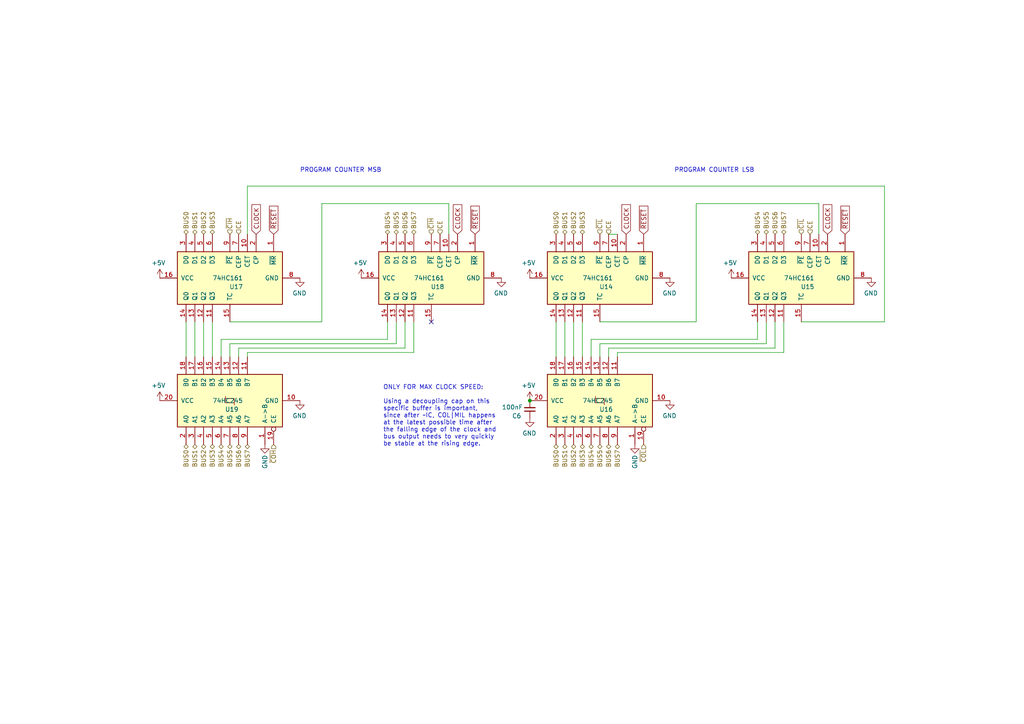
<source format=kicad_sch>
(kicad_sch (version 20211123) (generator eeschema)

  (uuid 531210ac-d133-4fad-8436-d617d548259f)

  (paper "A4")

  (title_block
    (title "Program Counter")
    (date "2022-07-09")
    (rev "1.6")
    (comment 2 "creativecommons.org/licenses/by-nc-sa/3.0/deed.en")
    (comment 3 "License: CC BY-NC-SA 3.0")
    (comment 4 "Author: Carsten Herting (slu4)")
  )

  (lib_symbols
    (symbol "74xx:74HC245" (pin_names (offset 1.016)) (in_bom yes) (on_board yes)
      (property "Reference" "U" (id 0) (at -7.62 16.51 0)
        (effects (font (size 1.27 1.27)))
      )
      (property "Value" "74HC245" (id 1) (at -7.62 -16.51 0)
        (effects (font (size 1.27 1.27)))
      )
      (property "Footprint" "" (id 2) (at 0 0 0)
        (effects (font (size 1.27 1.27)) hide)
      )
      (property "Datasheet" "http://www.ti.com/lit/gpn/sn74HC245" (id 3) (at 0 0 0)
        (effects (font (size 1.27 1.27)) hide)
      )
      (property "ki_locked" "" (id 4) (at 0 0 0)
        (effects (font (size 1.27 1.27)))
      )
      (property "ki_keywords" "HCMOS BUS 3State" (id 5) (at 0 0 0)
        (effects (font (size 1.27 1.27)) hide)
      )
      (property "ki_description" "Octal BUS Transceivers, 3-State outputs" (id 6) (at 0 0 0)
        (effects (font (size 1.27 1.27)) hide)
      )
      (property "ki_fp_filters" "DIP?20*" (id 7) (at 0 0 0)
        (effects (font (size 1.27 1.27)) hide)
      )
      (symbol "74HC245_1_0"
        (polyline
          (pts
            (xy -0.635 -1.27)
            (xy -0.635 1.27)
            (xy 0.635 1.27)
          )
          (stroke (width 0) (type default) (color 0 0 0 0))
          (fill (type none))
        )
        (polyline
          (pts
            (xy -1.27 -1.27)
            (xy 0.635 -1.27)
            (xy 0.635 1.27)
            (xy 1.27 1.27)
          )
          (stroke (width 0) (type default) (color 0 0 0 0))
          (fill (type none))
        )
        (pin input line (at -12.7 -10.16 0) (length 5.08)
          (name "A->B" (effects (font (size 1.27 1.27))))
          (number "1" (effects (font (size 1.27 1.27))))
        )
        (pin power_in line (at 0 -20.32 90) (length 5.08)
          (name "GND" (effects (font (size 1.27 1.27))))
          (number "10" (effects (font (size 1.27 1.27))))
        )
        (pin tri_state line (at 12.7 -5.08 180) (length 5.08)
          (name "B7" (effects (font (size 1.27 1.27))))
          (number "11" (effects (font (size 1.27 1.27))))
        )
        (pin tri_state line (at 12.7 -2.54 180) (length 5.08)
          (name "B6" (effects (font (size 1.27 1.27))))
          (number "12" (effects (font (size 1.27 1.27))))
        )
        (pin tri_state line (at 12.7 0 180) (length 5.08)
          (name "B5" (effects (font (size 1.27 1.27))))
          (number "13" (effects (font (size 1.27 1.27))))
        )
        (pin tri_state line (at 12.7 2.54 180) (length 5.08)
          (name "B4" (effects (font (size 1.27 1.27))))
          (number "14" (effects (font (size 1.27 1.27))))
        )
        (pin tri_state line (at 12.7 5.08 180) (length 5.08)
          (name "B3" (effects (font (size 1.27 1.27))))
          (number "15" (effects (font (size 1.27 1.27))))
        )
        (pin tri_state line (at 12.7 7.62 180) (length 5.08)
          (name "B2" (effects (font (size 1.27 1.27))))
          (number "16" (effects (font (size 1.27 1.27))))
        )
        (pin tri_state line (at 12.7 10.16 180) (length 5.08)
          (name "B1" (effects (font (size 1.27 1.27))))
          (number "17" (effects (font (size 1.27 1.27))))
        )
        (pin tri_state line (at 12.7 12.7 180) (length 5.08)
          (name "B0" (effects (font (size 1.27 1.27))))
          (number "18" (effects (font (size 1.27 1.27))))
        )
        (pin input inverted (at -12.7 -12.7 0) (length 5.08)
          (name "CE" (effects (font (size 1.27 1.27))))
          (number "19" (effects (font (size 1.27 1.27))))
        )
        (pin tri_state line (at -12.7 12.7 0) (length 5.08)
          (name "A0" (effects (font (size 1.27 1.27))))
          (number "2" (effects (font (size 1.27 1.27))))
        )
        (pin power_in line (at 0 20.32 270) (length 5.08)
          (name "VCC" (effects (font (size 1.27 1.27))))
          (number "20" (effects (font (size 1.27 1.27))))
        )
        (pin tri_state line (at -12.7 10.16 0) (length 5.08)
          (name "A1" (effects (font (size 1.27 1.27))))
          (number "3" (effects (font (size 1.27 1.27))))
        )
        (pin tri_state line (at -12.7 7.62 0) (length 5.08)
          (name "A2" (effects (font (size 1.27 1.27))))
          (number "4" (effects (font (size 1.27 1.27))))
        )
        (pin tri_state line (at -12.7 5.08 0) (length 5.08)
          (name "A3" (effects (font (size 1.27 1.27))))
          (number "5" (effects (font (size 1.27 1.27))))
        )
        (pin tri_state line (at -12.7 2.54 0) (length 5.08)
          (name "A4" (effects (font (size 1.27 1.27))))
          (number "6" (effects (font (size 1.27 1.27))))
        )
        (pin tri_state line (at -12.7 0 0) (length 5.08)
          (name "A5" (effects (font (size 1.27 1.27))))
          (number "7" (effects (font (size 1.27 1.27))))
        )
        (pin tri_state line (at -12.7 -2.54 0) (length 5.08)
          (name "A6" (effects (font (size 1.27 1.27))))
          (number "8" (effects (font (size 1.27 1.27))))
        )
        (pin tri_state line (at -12.7 -5.08 0) (length 5.08)
          (name "A7" (effects (font (size 1.27 1.27))))
          (number "9" (effects (font (size 1.27 1.27))))
        )
      )
      (symbol "74HC245_1_1"
        (rectangle (start -7.62 15.24) (end 7.62 -15.24)
          (stroke (width 0.254) (type default) (color 0 0 0 0))
          (fill (type background))
        )
      )
    )
    (symbol "8-Bit CPU 32k:74HC161" (pin_names (offset 1.016)) (in_bom yes) (on_board yes)
      (property "Reference" "U" (id 0) (at -7.62 16.51 0)
        (effects (font (size 1.27 1.27)))
      )
      (property "Value" "74HC161" (id 1) (at -7.62 -16.51 0)
        (effects (font (size 1.27 1.27)))
      )
      (property "Footprint" "" (id 2) (at 0 0 0)
        (effects (font (size 1.27 1.27)) hide)
      )
      (property "Datasheet" "http://www.ti.com/lit/gpn/sn74LS161" (id 3) (at 0 0 0)
        (effects (font (size 1.27 1.27)) hide)
      )
      (property "ki_locked" "" (id 4) (at 0 0 0)
        (effects (font (size 1.27 1.27)))
      )
      (property "ki_keywords" "TTL CNT CNT4" (id 5) (at 0 0 0)
        (effects (font (size 1.27 1.27)) hide)
      )
      (property "ki_description" "Synchronous 4-bit programmable binary Counter" (id 6) (at 0 0 0)
        (effects (font (size 1.27 1.27)) hide)
      )
      (property "ki_fp_filters" "DIP?16*" (id 7) (at 0 0 0)
        (effects (font (size 1.27 1.27)) hide)
      )
      (symbol "74HC161_1_0"
        (pin input line (at -12.7 -12.7 0) (length 5.08)
          (name "~{MR}" (effects (font (size 1.27 1.27))))
          (number "1" (effects (font (size 1.27 1.27))))
        )
        (pin input line (at -12.7 -5.08 0) (length 5.08)
          (name "CET" (effects (font (size 1.27 1.27))))
          (number "10" (effects (font (size 1.27 1.27))))
        )
        (pin output line (at 12.7 5.08 180) (length 5.08)
          (name "Q3" (effects (font (size 1.27 1.27))))
          (number "11" (effects (font (size 1.27 1.27))))
        )
        (pin output line (at 12.7 7.62 180) (length 5.08)
          (name "Q2" (effects (font (size 1.27 1.27))))
          (number "12" (effects (font (size 1.27 1.27))))
        )
        (pin output line (at 12.7 10.16 180) (length 5.08)
          (name "Q1" (effects (font (size 1.27 1.27))))
          (number "13" (effects (font (size 1.27 1.27))))
        )
        (pin output line (at 12.7 12.7 180) (length 5.08)
          (name "Q0" (effects (font (size 1.27 1.27))))
          (number "14" (effects (font (size 1.27 1.27))))
        )
        (pin output line (at 12.7 0 180) (length 5.08)
          (name "TC" (effects (font (size 1.27 1.27))))
          (number "15" (effects (font (size 1.27 1.27))))
        )
        (pin power_in line (at 0 20.32 270) (length 5.08)
          (name "VCC" (effects (font (size 1.27 1.27))))
          (number "16" (effects (font (size 1.27 1.27))))
        )
        (pin input line (at -12.7 -7.62 0) (length 5.08)
          (name "CP" (effects (font (size 1.27 1.27))))
          (number "2" (effects (font (size 1.27 1.27))))
        )
        (pin input line (at -12.7 12.7 0) (length 5.08)
          (name "D0" (effects (font (size 1.27 1.27))))
          (number "3" (effects (font (size 1.27 1.27))))
        )
        (pin input line (at -12.7 10.16 0) (length 5.08)
          (name "D1" (effects (font (size 1.27 1.27))))
          (number "4" (effects (font (size 1.27 1.27))))
        )
        (pin input line (at -12.7 7.62 0) (length 5.08)
          (name "D2" (effects (font (size 1.27 1.27))))
          (number "5" (effects (font (size 1.27 1.27))))
        )
        (pin input line (at -12.7 5.08 0) (length 5.08)
          (name "D3" (effects (font (size 1.27 1.27))))
          (number "6" (effects (font (size 1.27 1.27))))
        )
        (pin input line (at -12.7 -2.54 0) (length 5.08)
          (name "CEP" (effects (font (size 1.27 1.27))))
          (number "7" (effects (font (size 1.27 1.27))))
        )
        (pin power_in line (at 0 -20.32 90) (length 5.08)
          (name "GND" (effects (font (size 1.27 1.27))))
          (number "8" (effects (font (size 1.27 1.27))))
        )
        (pin input line (at -12.7 0 0) (length 5.08)
          (name "~{PE}" (effects (font (size 1.27 1.27))))
          (number "9" (effects (font (size 1.27 1.27))))
        )
      )
      (symbol "74HC161_1_1"
        (rectangle (start -7.62 15.24) (end 7.62 -15.24)
          (stroke (width 0.254) (type default) (color 0 0 0 0))
          (fill (type background))
        )
      )
    )
    (symbol "Device:C_Small" (pin_numbers hide) (pin_names (offset 0.254) hide) (in_bom yes) (on_board yes)
      (property "Reference" "C" (id 0) (at 0.254 1.778 0)
        (effects (font (size 1.27 1.27)) (justify left))
      )
      (property "Value" "C_Small" (id 1) (at 0.254 -2.032 0)
        (effects (font (size 1.27 1.27)) (justify left))
      )
      (property "Footprint" "" (id 2) (at 0 0 0)
        (effects (font (size 1.27 1.27)) hide)
      )
      (property "Datasheet" "~" (id 3) (at 0 0 0)
        (effects (font (size 1.27 1.27)) hide)
      )
      (property "ki_keywords" "capacitor cap" (id 4) (at 0 0 0)
        (effects (font (size 1.27 1.27)) hide)
      )
      (property "ki_description" "Unpolarized capacitor, small symbol" (id 5) (at 0 0 0)
        (effects (font (size 1.27 1.27)) hide)
      )
      (property "ki_fp_filters" "C_*" (id 6) (at 0 0 0)
        (effects (font (size 1.27 1.27)) hide)
      )
      (symbol "C_Small_0_1"
        (polyline
          (pts
            (xy -1.524 -0.508)
            (xy 1.524 -0.508)
          )
          (stroke (width 0.3302) (type default) (color 0 0 0 0))
          (fill (type none))
        )
        (polyline
          (pts
            (xy -1.524 0.508)
            (xy 1.524 0.508)
          )
          (stroke (width 0.3048) (type default) (color 0 0 0 0))
          (fill (type none))
        )
      )
      (symbol "C_Small_1_1"
        (pin passive line (at 0 2.54 270) (length 2.032)
          (name "~" (effects (font (size 1.27 1.27))))
          (number "1" (effects (font (size 1.27 1.27))))
        )
        (pin passive line (at 0 -2.54 90) (length 2.032)
          (name "~" (effects (font (size 1.27 1.27))))
          (number "2" (effects (font (size 1.27 1.27))))
        )
      )
    )
    (symbol "power:+5V" (power) (pin_names (offset 0)) (in_bom yes) (on_board yes)
      (property "Reference" "#PWR" (id 0) (at 0 -3.81 0)
        (effects (font (size 1.27 1.27)) hide)
      )
      (property "Value" "+5V" (id 1) (at 0 3.556 0)
        (effects (font (size 1.27 1.27)))
      )
      (property "Footprint" "" (id 2) (at 0 0 0)
        (effects (font (size 1.27 1.27)) hide)
      )
      (property "Datasheet" "" (id 3) (at 0 0 0)
        (effects (font (size 1.27 1.27)) hide)
      )
      (property "ki_keywords" "power-flag" (id 4) (at 0 0 0)
        (effects (font (size 1.27 1.27)) hide)
      )
      (property "ki_description" "Power symbol creates a global label with name \"+5V\"" (id 5) (at 0 0 0)
        (effects (font (size 1.27 1.27)) hide)
      )
      (symbol "+5V_0_1"
        (polyline
          (pts
            (xy -0.762 1.27)
            (xy 0 2.54)
          )
          (stroke (width 0) (type default) (color 0 0 0 0))
          (fill (type none))
        )
        (polyline
          (pts
            (xy 0 0)
            (xy 0 2.54)
          )
          (stroke (width 0) (type default) (color 0 0 0 0))
          (fill (type none))
        )
        (polyline
          (pts
            (xy 0 2.54)
            (xy 0.762 1.27)
          )
          (stroke (width 0) (type default) (color 0 0 0 0))
          (fill (type none))
        )
      )
      (symbol "+5V_1_1"
        (pin power_in line (at 0 0 90) (length 0) hide
          (name "+5V" (effects (font (size 1.27 1.27))))
          (number "1" (effects (font (size 1.27 1.27))))
        )
      )
    )
    (symbol "power:GND" (power) (pin_names (offset 0)) (in_bom yes) (on_board yes)
      (property "Reference" "#PWR" (id 0) (at 0 -6.35 0)
        (effects (font (size 1.27 1.27)) hide)
      )
      (property "Value" "GND" (id 1) (at 0 -3.81 0)
        (effects (font (size 1.27 1.27)))
      )
      (property "Footprint" "" (id 2) (at 0 0 0)
        (effects (font (size 1.27 1.27)) hide)
      )
      (property "Datasheet" "" (id 3) (at 0 0 0)
        (effects (font (size 1.27 1.27)) hide)
      )
      (property "ki_keywords" "power-flag" (id 4) (at 0 0 0)
        (effects (font (size 1.27 1.27)) hide)
      )
      (property "ki_description" "Power symbol creates a global label with name \"GND\" , ground" (id 5) (at 0 0 0)
        (effects (font (size 1.27 1.27)) hide)
      )
      (symbol "GND_0_1"
        (polyline
          (pts
            (xy 0 0)
            (xy 0 -1.27)
            (xy 1.27 -1.27)
            (xy 0 -2.54)
            (xy -1.27 -1.27)
            (xy 0 -1.27)
          )
          (stroke (width 0) (type default) (color 0 0 0 0))
          (fill (type none))
        )
      )
      (symbol "GND_1_1"
        (pin power_in line (at 0 0 270) (length 0) hide
          (name "GND" (effects (font (size 1.27 1.27))))
          (number "1" (effects (font (size 1.27 1.27))))
        )
      )
    )
  )

  (junction (at 153.67 116.205) (diameter 0) (color 0 0 0 0)
    (uuid 92abe408-00b5-4f3d-998c-ac0817a39148)
  )

  (no_connect (at 125.095 93.345) (uuid 0357b81f-16a6-43c9-977f-0f0283f7723a))

  (wire (pts (xy 256.54 93.345) (xy 232.41 93.345))
    (stroke (width 0) (type default) (color 0 0 0 0))
    (uuid 0104b068-1893-499b-a0aa-6f6701186d32)
  )
  (wire (pts (xy 166.37 93.345) (xy 166.37 103.505))
    (stroke (width 0) (type default) (color 0 0 0 0))
    (uuid 0534a723-a9d3-4143-b327-64389df85ab4)
  )
  (wire (pts (xy 120.015 93.345) (xy 120.015 102.235))
    (stroke (width 0) (type default) (color 0 0 0 0))
    (uuid 0ea4db56-4dcb-47a4-9a7a-5766813fbe8d)
  )
  (wire (pts (xy 71.755 53.975) (xy 256.54 53.975))
    (stroke (width 0) (type default) (color 0 0 0 0))
    (uuid 0fa0aa05-8661-4cbb-a431-045de2356d50)
  )
  (wire (pts (xy 168.91 93.345) (xy 168.91 103.505))
    (stroke (width 0) (type default) (color 0 0 0 0))
    (uuid 13419426-bdc9-4cbf-af9b-fe5e503846f5)
  )
  (wire (pts (xy 61.595 93.345) (xy 61.595 103.505))
    (stroke (width 0) (type default) (color 0 0 0 0))
    (uuid 15410681-9f05-4930-be6a-1acec9d4ad68)
  )
  (wire (pts (xy 201.93 59.055) (xy 237.49 59.055))
    (stroke (width 0) (type default) (color 0 0 0 0))
    (uuid 1ce315f8-993b-49da-806e-9a7c1eafeef3)
  )
  (wire (pts (xy 173.99 93.345) (xy 201.93 93.345))
    (stroke (width 0) (type default) (color 0 0 0 0))
    (uuid 224cdbcf-7914-47df-abc7-69b97ff018cc)
  )
  (wire (pts (xy 93.345 93.345) (xy 93.345 59.055))
    (stroke (width 0) (type default) (color 0 0 0 0))
    (uuid 240738d6-1b6e-421f-bf06-d17f46b48b0d)
  )
  (wire (pts (xy 176.53 100.965) (xy 224.79 100.965))
    (stroke (width 0) (type default) (color 0 0 0 0))
    (uuid 240b0f45-740f-4bf2-9fbe-0dc26f663167)
  )
  (wire (pts (xy 120.015 102.235) (xy 71.755 102.235))
    (stroke (width 0) (type default) (color 0 0 0 0))
    (uuid 289bb897-28b3-479d-9a8d-a9dfa00bf50c)
  )
  (wire (pts (xy 179.07 102.235) (xy 179.07 103.505))
    (stroke (width 0) (type default) (color 0 0 0 0))
    (uuid 29130982-b6be-44e4-a1d4-bf5595b9133c)
  )
  (wire (pts (xy 114.935 93.345) (xy 114.935 99.695))
    (stroke (width 0) (type default) (color 0 0 0 0))
    (uuid 327e027b-d29a-403c-bf5a-9911e0622269)
  )
  (wire (pts (xy 71.755 102.235) (xy 71.755 103.505))
    (stroke (width 0) (type default) (color 0 0 0 0))
    (uuid 454059df-d0e4-4fc5-a7fd-56d3ea07abda)
  )
  (wire (pts (xy 66.675 93.345) (xy 93.345 93.345))
    (stroke (width 0) (type default) (color 0 0 0 0))
    (uuid 46f98bd3-51c8-4cce-ae46-67de145958ba)
  )
  (wire (pts (xy 219.71 98.425) (xy 219.71 93.345))
    (stroke (width 0) (type default) (color 0 0 0 0))
    (uuid 4f87e31c-8c0d-4cd6-a7c6-4be4e6737fc2)
  )
  (wire (pts (xy 114.935 99.695) (xy 66.675 99.695))
    (stroke (width 0) (type default) (color 0 0 0 0))
    (uuid 533048b0-71d0-4b4b-8467-d6b5448bccfe)
  )
  (wire (pts (xy 130.175 59.055) (xy 130.175 67.945))
    (stroke (width 0) (type default) (color 0 0 0 0))
    (uuid 73cfcac9-48ff-4f59-b676-12e470dbd398)
  )
  (wire (pts (xy 222.25 93.345) (xy 222.25 99.695))
    (stroke (width 0) (type default) (color 0 0 0 0))
    (uuid 74995aa5-4ea0-4eef-a9d0-b5781a7c341d)
  )
  (wire (pts (xy 171.45 98.425) (xy 171.45 103.505))
    (stroke (width 0) (type default) (color 0 0 0 0))
    (uuid 76f6bed8-84f0-4ee9-ba4b-490c994dc65a)
  )
  (wire (pts (xy 69.215 100.965) (xy 117.475 100.965))
    (stroke (width 0) (type default) (color 0 0 0 0))
    (uuid 7830df43-7628-4b5f-9f53-a5e7051a90aa)
  )
  (wire (pts (xy 176.53 100.965) (xy 176.53 103.505))
    (stroke (width 0) (type default) (color 0 0 0 0))
    (uuid 78ea9bdb-ea8a-45e8-85c2-1bcd333fccbb)
  )
  (wire (pts (xy 64.135 98.425) (xy 64.135 103.505))
    (stroke (width 0) (type default) (color 0 0 0 0))
    (uuid 7b7f5244-dfd5-40a2-82af-cc66541456f0)
  )
  (wire (pts (xy 256.54 53.975) (xy 256.54 93.345))
    (stroke (width 0) (type default) (color 0 0 0 0))
    (uuid 863de7a2-d35b-4042-8196-bc01814eb3bb)
  )
  (wire (pts (xy 222.25 99.695) (xy 173.99 99.695))
    (stroke (width 0) (type default) (color 0 0 0 0))
    (uuid 894aad6f-8952-4564-af44-e646ffdd1b14)
  )
  (wire (pts (xy 64.135 98.425) (xy 112.395 98.425))
    (stroke (width 0) (type default) (color 0 0 0 0))
    (uuid 8e6ab608-e7ac-4591-b40a-feb4fa5f4f10)
  )
  (wire (pts (xy 179.07 67.945) (xy 176.53 67.945))
    (stroke (width 0) (type default) (color 0 0 0 0))
    (uuid 95207bd2-3e5c-43b8-8aa2-3e2dd51f33b4)
  )
  (wire (pts (xy 161.29 93.345) (xy 161.29 103.505))
    (stroke (width 0) (type default) (color 0 0 0 0))
    (uuid a1263b0b-b37e-4d9f-bf1d-5b5057c35ec5)
  )
  (wire (pts (xy 53.975 93.345) (xy 53.975 103.505))
    (stroke (width 0) (type default) (color 0 0 0 0))
    (uuid a3680920-e2bc-40fe-805c-61c7650550de)
  )
  (wire (pts (xy 227.33 93.345) (xy 227.33 102.235))
    (stroke (width 0) (type default) (color 0 0 0 0))
    (uuid a6907dd1-8536-48e4-a30c-6f1cb54617e6)
  )
  (wire (pts (xy 173.99 99.695) (xy 173.99 103.505))
    (stroke (width 0) (type default) (color 0 0 0 0))
    (uuid add2d093-43f4-4562-99c3-a3cca266d1c2)
  )
  (wire (pts (xy 163.83 93.345) (xy 163.83 103.505))
    (stroke (width 0) (type default) (color 0 0 0 0))
    (uuid af773cf2-9535-4ade-bf50-1ef5b062d323)
  )
  (wire (pts (xy 224.79 100.965) (xy 224.79 93.345))
    (stroke (width 0) (type default) (color 0 0 0 0))
    (uuid b21ce4a9-c486-4224-ac1c-d4cbd95375f0)
  )
  (wire (pts (xy 171.45 98.425) (xy 219.71 98.425))
    (stroke (width 0) (type default) (color 0 0 0 0))
    (uuid b5dea5a5-8174-4198-b845-bf6383071af4)
  )
  (wire (pts (xy 93.345 59.055) (xy 130.175 59.055))
    (stroke (width 0) (type default) (color 0 0 0 0))
    (uuid b5f12581-a49d-464f-ba2b-81373f881e89)
  )
  (wire (pts (xy 112.395 98.425) (xy 112.395 93.345))
    (stroke (width 0) (type default) (color 0 0 0 0))
    (uuid b9b0a9ec-3855-4b74-946d-94cfde52ac5d)
  )
  (wire (pts (xy 56.515 93.345) (xy 56.515 103.505))
    (stroke (width 0) (type default) (color 0 0 0 0))
    (uuid bf1ee8f6-dab8-458d-995f-2c0fe2988386)
  )
  (wire (pts (xy 59.055 93.345) (xy 59.055 103.505))
    (stroke (width 0) (type default) (color 0 0 0 0))
    (uuid bf6a747f-314e-49f6-95a6-ee328041ac36)
  )
  (wire (pts (xy 227.33 102.235) (xy 179.07 102.235))
    (stroke (width 0) (type default) (color 0 0 0 0))
    (uuid c2d567e4-2d66-43fd-b47e-78f91c1dce4c)
  )
  (wire (pts (xy 117.475 100.965) (xy 117.475 93.345))
    (stroke (width 0) (type default) (color 0 0 0 0))
    (uuid c9472f76-8b6e-49a0-927e-77d886e7f559)
  )
  (wire (pts (xy 66.675 99.695) (xy 66.675 103.505))
    (stroke (width 0) (type default) (color 0 0 0 0))
    (uuid d86312d6-ef17-4ee7-bfea-a38668c37024)
  )
  (wire (pts (xy 71.755 67.945) (xy 71.755 53.975))
    (stroke (width 0) (type default) (color 0 0 0 0))
    (uuid e18acffb-77c5-4848-912a-d5fee6f22ec9)
  )
  (wire (pts (xy 69.215 100.965) (xy 69.215 103.505))
    (stroke (width 0) (type default) (color 0 0 0 0))
    (uuid e18f551d-7723-4574-bf86-f44a0fb09225)
  )
  (wire (pts (xy 201.93 93.345) (xy 201.93 59.055))
    (stroke (width 0) (type default) (color 0 0 0 0))
    (uuid e79575ee-ffe2-4ada-bac6-91d82f6479b3)
  )
  (wire (pts (xy 237.49 59.055) (xy 237.49 67.945))
    (stroke (width 0) (type default) (color 0 0 0 0))
    (uuid fc2a41a1-96ca-4bbe-a876-46ff3750c922)
  )

  (text "PROGRAM COUNTER MSB" (at 86.995 50.165 0)
    (effects (font (size 1.27 1.27)) (justify left bottom))
    (uuid 4abf2062-f79e-4392-b528-351d94b0d463)
  )
  (text "PROGRAM COUNTER LSB" (at 195.58 50.165 0)
    (effects (font (size 1.27 1.27)) (justify left bottom))
    (uuid 66d5bf2f-0634-4d7d-9c1f-9a062c867060)
  )
  (text "ONLY FOR MAX CLOCK SPEED:\n\nUsing a decoupling cap on this\nspecific buffer is important,\nsince after ~IC, COL|MIL happens\nat the latest possible time after\nthe falling edge of the clock and\nbus output needs to very quickly\nbe stable at the rising edge."
    (at 111.125 129.54 0)
    (effects (font (size 1.27 1.27)) (justify left bottom))
    (uuid e991a79b-3783-4a19-9f7f-f8a2e3fb3a33)
  )

  (global_label "~{RESET}" (shape input) (at 186.69 67.945 90) (fields_autoplaced)
    (effects (font (size 1.27 1.27)) (justify left))
    (uuid 0f02b419-b1af-43d0-81b5-372beaf4338a)
    (property "Intersheet References" "${INTERSHEET_REFS}" (id 0) (at 393.7 19.685 0)
      (effects (font (size 1.27 1.27)) (justify left) hide)
    )
  )
  (global_label "~{RESET}" (shape input) (at 137.795 67.945 90) (fields_autoplaced)
    (effects (font (size 1.27 1.27)) (justify left))
    (uuid 280068d7-0771-41cf-8990-6107f472a0e5)
    (property "Intersheet References" "${INTERSHEET_REFS}" (id 0) (at 167.005 19.685 0)
      (effects (font (size 1.27 1.27)) (justify left) hide)
    )
  )
  (global_label "CLOCK" (shape input) (at 181.61 67.945 90) (fields_autoplaced)
    (effects (font (size 1.27 1.27)) (justify left))
    (uuid 3d36880f-c58e-48b8-9953-cb111bea2c66)
    (property "Intersheet References" "${INTERSHEET_REFS}" (id 0) (at 393.7 19.685 0)
      (effects (font (size 1.27 1.27)) (justify left) hide)
    )
  )
  (global_label "~{RESET}" (shape input) (at 245.11 67.945 90) (fields_autoplaced)
    (effects (font (size 1.27 1.27)) (justify left))
    (uuid 898a76e1-bcef-46c4-b34b-f8d041b004c3)
    (property "Intersheet References" "${INTERSHEET_REFS}" (id 0) (at 393.7 19.685 0)
      (effects (font (size 1.27 1.27)) (justify left) hide)
    )
  )
  (global_label "CLOCK" (shape input) (at 74.295 67.945 90) (fields_autoplaced)
    (effects (font (size 1.27 1.27)) (justify left))
    (uuid 93fecfc3-ee00-4d17-a705-954717e3ce61)
    (property "Intersheet References" "${INTERSHEET_REFS}" (id 0) (at 167.005 19.685 0)
      (effects (font (size 1.27 1.27)) (justify left) hide)
    )
  )
  (global_label "CLOCK" (shape input) (at 132.715 67.945 90) (fields_autoplaced)
    (effects (font (size 1.27 1.27)) (justify left))
    (uuid ca2caae0-94c8-42e5-bc84-0d60900ef794)
    (property "Intersheet References" "${INTERSHEET_REFS}" (id 0) (at 167.005 19.685 0)
      (effects (font (size 1.27 1.27)) (justify left) hide)
    )
  )
  (global_label "~{RESET}" (shape input) (at 79.375 67.945 90) (fields_autoplaced)
    (effects (font (size 1.27 1.27)) (justify left))
    (uuid d0d05d04-fc4a-4a0b-a40e-d8f196d10616)
    (property "Intersheet References" "${INTERSHEET_REFS}" (id 0) (at 167.005 19.685 0)
      (effects (font (size 1.27 1.27)) (justify left) hide)
    )
  )
  (global_label "CLOCK" (shape input) (at 240.03 67.945 90) (fields_autoplaced)
    (effects (font (size 1.27 1.27)) (justify left))
    (uuid f4dc6ec2-7e55-4670-90aa-c5044c5e2778)
    (property "Intersheet References" "${INTERSHEET_REFS}" (id 0) (at 393.7 19.685 0)
      (effects (font (size 1.27 1.27)) (justify left) hide)
    )
  )

  (hierarchical_label "~{COH}" (shape input) (at 79.375 128.905 270)
    (effects (font (size 1.27 1.27)) (justify right))
    (uuid 08ab3d16-ac4f-4f37-9cf4-d8ce5ed3024d)
  )
  (hierarchical_label "BUS3" (shape bidirectional) (at 61.595 67.945 90)
    (effects (font (size 1.27 1.27)) (justify left))
    (uuid 0ce63971-0f03-4958-9b10-d74caee28a9b)
  )
  (hierarchical_label "BUS0" (shape bidirectional) (at 53.975 128.905 270)
    (effects (font (size 1.27 1.27)) (justify right))
    (uuid 1231232c-afe7-4c16-8898-0eabbae7010d)
  )
  (hierarchical_label "BUS6" (shape bidirectional) (at 69.215 128.905 270)
    (effects (font (size 1.27 1.27)) (justify right))
    (uuid 1d69845c-2423-4965-97d7-001603b89ce0)
  )
  (hierarchical_label "BUS5" (shape bidirectional) (at 66.675 128.905 270)
    (effects (font (size 1.27 1.27)) (justify right))
    (uuid 1f579250-f6d6-47b7-816c-3d8480f28b80)
  )
  (hierarchical_label "CE" (shape input) (at 69.215 67.945 90)
    (effects (font (size 1.27 1.27)) (justify left))
    (uuid 2a1e3e68-93ea-4fe8-b99f-ffda2f5b6079)
  )
  (hierarchical_label "CE" (shape input) (at 234.95 67.945 90)
    (effects (font (size 1.27 1.27)) (justify left))
    (uuid 354fc221-19df-448f-8bd5-8449ab04b3f4)
  )
  (hierarchical_label "~{CIH}" (shape input) (at 125.095 67.945 90)
    (effects (font (size 1.27 1.27)) (justify left))
    (uuid 3fcf47c7-1f4f-4eae-bf95-635c570fa92f)
  )
  (hierarchical_label "BUS1" (shape bidirectional) (at 56.515 128.905 270)
    (effects (font (size 1.27 1.27)) (justify right))
    (uuid 40f5ed41-351b-42e7-92c1-f8bca4a9663b)
  )
  (hierarchical_label "BUS2" (shape bidirectional) (at 166.37 128.905 270)
    (effects (font (size 1.27 1.27)) (justify right))
    (uuid 4c8cf767-fa32-4125-b48d-91a39812fa54)
  )
  (hierarchical_label "BUS6" (shape bidirectional) (at 117.475 67.945 90)
    (effects (font (size 1.27 1.27)) (justify left))
    (uuid 562d78bc-8c9c-405a-9461-06c9b6e72553)
  )
  (hierarchical_label "~{CIL}" (shape input) (at 173.99 67.945 90)
    (effects (font (size 1.27 1.27)) (justify left))
    (uuid 5e1f2e7d-1c19-4caf-85bb-c9855eec7320)
  )
  (hierarchical_label "BUS1" (shape bidirectional) (at 163.83 128.905 270)
    (effects (font (size 1.27 1.27)) (justify right))
    (uuid 66aba6ab-cf2b-44f0-a67c-29b60c803a21)
  )
  (hierarchical_label "BUS4" (shape bidirectional) (at 112.395 67.945 90)
    (effects (font (size 1.27 1.27)) (justify left))
    (uuid 697a767f-a76b-42ab-aed2-78f971902476)
  )
  (hierarchical_label "BUS5" (shape bidirectional) (at 222.25 67.945 90)
    (effects (font (size 1.27 1.27)) (justify left))
    (uuid 6cb58024-b947-4e35-99a5-89a407f1ad4b)
  )
  (hierarchical_label "BUS3" (shape bidirectional) (at 61.595 128.905 270)
    (effects (font (size 1.27 1.27)) (justify right))
    (uuid 75249462-0586-41b0-adc1-5b6909357edb)
  )
  (hierarchical_label "BUS2" (shape bidirectional) (at 59.055 128.905 270)
    (effects (font (size 1.27 1.27)) (justify right))
    (uuid 75def346-8e6c-4b76-a639-7a905977d204)
  )
  (hierarchical_label "BUS6" (shape bidirectional) (at 176.53 128.905 270)
    (effects (font (size 1.27 1.27)) (justify right))
    (uuid 79a49efe-08d7-485d-94c7-f742bef03374)
  )
  (hierarchical_label "BUS5" (shape bidirectional) (at 173.99 128.905 270)
    (effects (font (size 1.27 1.27)) (justify right))
    (uuid 7b49412b-442d-4b1b-950a-558c2527c463)
  )
  (hierarchical_label "BUS4" (shape bidirectional) (at 171.45 128.905 270)
    (effects (font (size 1.27 1.27)) (justify right))
    (uuid 87d195d9-03e5-4114-a281-4c6c1642459c)
  )
  (hierarchical_label "BUS7" (shape bidirectional) (at 227.33 67.945 90)
    (effects (font (size 1.27 1.27)) (justify left))
    (uuid 8a3a7981-f500-485c-8802-939aa9c31f1c)
  )
  (hierarchical_label "BUS2" (shape bidirectional) (at 166.37 67.945 90)
    (effects (font (size 1.27 1.27)) (justify left))
    (uuid 8ac3c0cc-f477-42b3-afbc-054dc09508ed)
  )
  (hierarchical_label "BUS0" (shape bidirectional) (at 161.29 128.905 270)
    (effects (font (size 1.27 1.27)) (justify right))
    (uuid 8bfac54a-4a6c-472e-9ec1-2bbbba7be643)
  )
  (hierarchical_label "BUS1" (shape bidirectional) (at 163.83 67.945 90)
    (effects (font (size 1.27 1.27)) (justify left))
    (uuid 8d4f00ef-9583-4af8-8848-7701e0016357)
  )
  (hierarchical_label "BUS1" (shape bidirectional) (at 56.515 67.945 90)
    (effects (font (size 1.27 1.27)) (justify left))
    (uuid 8f89ce2f-56a8-4a3a-896a-7837dfad7bb4)
  )
  (hierarchical_label "BUS7" (shape bidirectional) (at 179.07 128.905 270)
    (effects (font (size 1.27 1.27)) (justify right))
    (uuid 985df4e0-c462-4849-9dcb-e62e9a6820c2)
  )
  (hierarchical_label "BUS3" (shape bidirectional) (at 168.91 128.905 270)
    (effects (font (size 1.27 1.27)) (justify right))
    (uuid 9c403fa4-b1d8-4f2b-b845-56e7a1c0fcf8)
  )
  (hierarchical_label "BUS2" (shape bidirectional) (at 59.055 67.945 90)
    (effects (font (size 1.27 1.27)) (justify left))
    (uuid a7a80ed3-ced3-4490-afe1-4ba507766ef4)
  )
  (hierarchical_label "BUS3" (shape bidirectional) (at 168.91 67.945 90)
    (effects (font (size 1.27 1.27)) (justify left))
    (uuid a7ac3879-e710-4bf5-88cd-34dcf136d133)
  )
  (hierarchical_label "BUS7" (shape bidirectional) (at 120.015 67.945 90)
    (effects (font (size 1.27 1.27)) (justify left))
    (uuid a8921fd8-e20d-4af8-8316-d57fc89d1021)
  )
  (hierarchical_label "BUS4" (shape bidirectional) (at 219.71 67.945 90)
    (effects (font (size 1.27 1.27)) (justify left))
    (uuid add7a33d-bd46-437a-b0cc-12aef9e8b9ed)
  )
  (hierarchical_label "~{CIH}" (shape input) (at 66.675 67.945 90)
    (effects (font (size 1.27 1.27)) (justify left))
    (uuid ca9dba15-5b9d-4e7b-beca-26acbc175ac3)
  )
  (hierarchical_label "~{COL}" (shape input) (at 186.69 128.905 270)
    (effects (font (size 1.27 1.27)) (justify right))
    (uuid d214530d-57cb-4eb9-ae3c-3448147d738c)
  )
  (hierarchical_label "BUS0" (shape bidirectional) (at 53.975 67.945 90)
    (effects (font (size 1.27 1.27)) (justify left))
    (uuid d7e3b7a1-99df-4eaf-b7e9-942e1e7f0a39)
  )
  (hierarchical_label "BUS4" (shape bidirectional) (at 64.135 128.905 270)
    (effects (font (size 1.27 1.27)) (justify right))
    (uuid d8467d49-76d6-480f-80c1-c99116098ef9)
  )
  (hierarchical_label "CE" (shape input) (at 176.53 67.945 90)
    (effects (font (size 1.27 1.27)) (justify left))
    (uuid dc33082b-c94f-40b6-98e4-bb5df40bf19a)
  )
  (hierarchical_label "BUS5" (shape bidirectional) (at 114.935 67.945 90)
    (effects (font (size 1.27 1.27)) (justify left))
    (uuid dde8f825-cc7e-477f-8b84-04a15f85b8f8)
  )
  (hierarchical_label "~{CIL}" (shape input) (at 232.41 67.945 90)
    (effects (font (size 1.27 1.27)) (justify left))
    (uuid e92545ec-2321-4a8e-adfc-bd419b82c6d9)
  )
  (hierarchical_label "BUS7" (shape bidirectional) (at 71.755 128.905 270)
    (effects (font (size 1.27 1.27)) (justify right))
    (uuid ead6af8b-7add-4ead-9a85-10c2ef250b9b)
  )
  (hierarchical_label "BUS6" (shape bidirectional) (at 224.79 67.945 90)
    (effects (font (size 1.27 1.27)) (justify left))
    (uuid edc04778-8c4f-4932-a18a-b9dc119e7a86)
  )
  (hierarchical_label "CE" (shape input) (at 127.635 67.945 90)
    (effects (font (size 1.27 1.27)) (justify left))
    (uuid f1e7bec4-330d-4c04-9ab4-a0cd0df6c743)
  )
  (hierarchical_label "BUS0" (shape bidirectional) (at 161.29 67.945 90)
    (effects (font (size 1.27 1.27)) (justify left))
    (uuid f6ec6279-bb40-435b-b112-7a33c6716f37)
  )

  (symbol (lib_id "power:GND") (at 86.995 80.645 0) (mirror y) (unit 1)
    (in_bom yes) (on_board yes)
    (uuid 00000000-0000-0000-0000-00005f0c68c8)
    (property "Reference" "#PWR0129" (id 0) (at 86.995 86.995 0)
      (effects (font (size 1.27 1.27)) hide)
    )
    (property "Value" "GND" (id 1) (at 86.868 85.0392 0))
    (property "Footprint" "" (id 2) (at 86.995 80.645 0)
      (effects (font (size 1.27 1.27)) hide)
    )
    (property "Datasheet" "" (id 3) (at 86.995 80.645 0)
      (effects (font (size 1.27 1.27)) hide)
    )
    (pin "1" (uuid 2ba6202a-3a9c-4b37-b377-f330f698568b))
  )

  (symbol (lib_id "74xx:74HC245") (at 173.99 116.205 90) (unit 1)
    (in_bom yes) (on_board yes)
    (uuid 00000000-0000-0000-0000-00005f907909)
    (property "Reference" "U16" (id 0) (at 177.8 118.745 90)
      (effects (font (size 1.27 1.27)) (justify left))
    )
    (property "Value" "74HC245" (id 1) (at 177.8 116.205 90)
      (effects (font (size 1.27 1.27)) (justify left))
    )
    (property "Footprint" "Package_DIP:DIP-20_W7.62mm" (id 2) (at 173.99 116.205 0)
      (effects (font (size 1.27 1.27)) hide)
    )
    (property "Datasheet" "http://www.ti.com/lit/gpn/sn74HC245" (id 3) (at 173.99 116.205 0)
      (effects (font (size 1.27 1.27)) hide)
    )
    (pin "1" (uuid a8aa4537-93ef-4b74-b540-4cde36fd067a))
    (pin "10" (uuid a4242a08-98b6-40ca-8cfc-838c1d04b6a2))
    (pin "11" (uuid f757b196-d1fb-4f70-847e-b7114e8d7d07))
    (pin "12" (uuid 42fb5bca-5b64-4c0a-9944-a58980fce27f))
    (pin "13" (uuid 6732fa35-42b7-4036-ac97-020fbf9aa07e))
    (pin "14" (uuid 3abdbfa0-7d74-44a1-bd98-4987b89d8b55))
    (pin "15" (uuid 6933b4e5-5b35-408a-bd28-eccf9e32e55b))
    (pin "16" (uuid 8d017811-c830-42ac-a1e8-04d79a3eb345))
    (pin "17" (uuid 67e03c34-6150-4d56-9878-193ad5a42122))
    (pin "18" (uuid d6daa007-ef4d-4ee1-b5c9-dfe41babc084))
    (pin "19" (uuid 8eef33a3-cb4d-4837-853b-d90c1b5468d8))
    (pin "2" (uuid ba2488bb-99c6-4868-9a0e-eccadfb8737b))
    (pin "20" (uuid 24e7f31b-e4a8-4c14-9709-078b7c0924f9))
    (pin "3" (uuid cc45d377-18c9-415c-b412-1e9f00675df3))
    (pin "4" (uuid 4026f738-ecc2-4826-8a27-e60075d94c39))
    (pin "5" (uuid a5782601-8a22-48e2-a4db-8e0bce5f06e6))
    (pin "6" (uuid 18066737-2c79-4ba8-a51a-26669071cbb5))
    (pin "7" (uuid abeef1c8-f0b8-48ba-b6fb-cf9acaebdbc3))
    (pin "8" (uuid 528d320a-f727-49bb-8080-ba7ee4e318cb))
    (pin "9" (uuid 30c427ca-e68e-4aa8-9223-d12ed910dbe3))
  )

  (symbol (lib_id "power:+5V") (at 212.09 80.645 0) (mirror y) (unit 1)
    (in_bom yes) (on_board yes)
    (uuid 00000000-0000-0000-0000-00005f9174f1)
    (property "Reference" "#PWR0135" (id 0) (at 212.09 84.455 0)
      (effects (font (size 1.27 1.27)) hide)
    )
    (property "Value" "+5V" (id 1) (at 211.709 76.2508 0))
    (property "Footprint" "" (id 2) (at 212.09 80.645 0)
      (effects (font (size 1.27 1.27)) hide)
    )
    (property "Datasheet" "" (id 3) (at 212.09 80.645 0)
      (effects (font (size 1.27 1.27)) hide)
    )
    (pin "1" (uuid e38a1872-ed62-42aa-9ea2-792e15c76146))
  )

  (symbol (lib_id "power:GND") (at 252.73 80.645 0) (mirror y) (unit 1)
    (in_bom yes) (on_board yes)
    (uuid 00000000-0000-0000-0000-00005f917b6a)
    (property "Reference" "#PWR0134" (id 0) (at 252.73 86.995 0)
      (effects (font (size 1.27 1.27)) hide)
    )
    (property "Value" "GND" (id 1) (at 252.603 85.0392 0))
    (property "Footprint" "" (id 2) (at 252.73 80.645 0)
      (effects (font (size 1.27 1.27)) hide)
    )
    (property "Datasheet" "" (id 3) (at 252.73 80.645 0)
      (effects (font (size 1.27 1.27)) hide)
    )
    (pin "1" (uuid e3dc3c57-e0f0-46df-987e-c06371265a3e))
  )

  (symbol (lib_id "power:GND") (at 194.31 80.645 0) (mirror y) (unit 1)
    (in_bom yes) (on_board yes)
    (uuid 00000000-0000-0000-0000-00005f918649)
    (property "Reference" "#PWR0136" (id 0) (at 194.31 86.995 0)
      (effects (font (size 1.27 1.27)) hide)
    )
    (property "Value" "GND" (id 1) (at 194.183 85.0392 0))
    (property "Footprint" "" (id 2) (at 194.31 80.645 0)
      (effects (font (size 1.27 1.27)) hide)
    )
    (property "Datasheet" "" (id 3) (at 194.31 80.645 0)
      (effects (font (size 1.27 1.27)) hide)
    )
    (pin "1" (uuid 1d7b676c-eed1-4aba-b0c8-00da2d2e0362))
  )

  (symbol (lib_id "power:+5V") (at 153.67 80.645 0) (mirror y) (unit 1)
    (in_bom yes) (on_board yes)
    (uuid 00000000-0000-0000-0000-00005f91896c)
    (property "Reference" "#PWR0139" (id 0) (at 153.67 84.455 0)
      (effects (font (size 1.27 1.27)) hide)
    )
    (property "Value" "+5V" (id 1) (at 153.289 76.2508 0))
    (property "Footprint" "" (id 2) (at 153.67 80.645 0)
      (effects (font (size 1.27 1.27)) hide)
    )
    (property "Datasheet" "" (id 3) (at 153.67 80.645 0)
      (effects (font (size 1.27 1.27)) hide)
    )
    (pin "1" (uuid 7efb4a2f-1e93-49b6-aa91-bd50fd326aa7))
  )

  (symbol (lib_id "power:GND") (at 194.31 116.205 0) (mirror y) (unit 1)
    (in_bom yes) (on_board yes)
    (uuid 00000000-0000-0000-0000-00005f91bfcd)
    (property "Reference" "#PWR0137" (id 0) (at 194.31 122.555 0)
      (effects (font (size 1.27 1.27)) hide)
    )
    (property "Value" "GND" (id 1) (at 194.183 120.5992 0))
    (property "Footprint" "" (id 2) (at 194.31 116.205 0)
      (effects (font (size 1.27 1.27)) hide)
    )
    (property "Datasheet" "" (id 3) (at 194.31 116.205 0)
      (effects (font (size 1.27 1.27)) hide)
    )
    (pin "1" (uuid f9b561d5-e103-433c-ae32-f546c4b236a2))
  )

  (symbol (lib_id "power:+5V") (at 153.67 116.205 0) (mirror y) (unit 1)
    (in_bom yes) (on_board yes)
    (uuid 00000000-0000-0000-0000-00005f91c5a3)
    (property "Reference" "#PWR0140" (id 0) (at 153.67 120.015 0)
      (effects (font (size 1.27 1.27)) hide)
    )
    (property "Value" "+5V" (id 1) (at 153.289 111.8108 0))
    (property "Footprint" "" (id 2) (at 153.67 116.205 0)
      (effects (font (size 1.27 1.27)) hide)
    )
    (property "Datasheet" "" (id 3) (at 153.67 116.205 0)
      (effects (font (size 1.27 1.27)) hide)
    )
    (pin "1" (uuid b3356d8a-aa7e-4342-a45e-00ce554cb5f9))
  )

  (symbol (lib_id "power:GND") (at 184.15 128.905 0) (mirror y) (unit 1)
    (in_bom yes) (on_board yes)
    (uuid 00000000-0000-0000-0000-00005f91c9dc)
    (property "Reference" "#PWR0138" (id 0) (at 184.15 135.255 0)
      (effects (font (size 1.27 1.27)) hide)
    )
    (property "Value" "GND" (id 1) (at 184.15 133.985 90))
    (property "Footprint" "" (id 2) (at 184.15 128.905 0)
      (effects (font (size 1.27 1.27)) hide)
    )
    (property "Datasheet" "" (id 3) (at 184.15 128.905 0)
      (effects (font (size 1.27 1.27)) hide)
    )
    (pin "1" (uuid cca59b49-bce7-4cfa-91f8-b1ed70eb48da))
  )

  (symbol (lib_id "74xx:74HC245") (at 66.675 116.205 90) (unit 1)
    (in_bom yes) (on_board yes)
    (uuid 00000000-0000-0000-0000-00005f9526c6)
    (property "Reference" "U19" (id 0) (at 69.215 118.745 90)
      (effects (font (size 1.27 1.27)) (justify left))
    )
    (property "Value" "74HC245" (id 1) (at 70.485 116.205 90)
      (effects (font (size 1.27 1.27)) (justify left))
    )
    (property "Footprint" "Package_DIP:DIP-20_W7.62mm" (id 2) (at 66.675 116.205 0)
      (effects (font (size 1.27 1.27)) hide)
    )
    (property "Datasheet" "http://www.ti.com/lit/gpn/sn74HC245" (id 3) (at 66.675 116.205 0)
      (effects (font (size 1.27 1.27)) hide)
    )
    (pin "1" (uuid d34f81fb-87ed-46f6-95db-55e54af6e756))
    (pin "10" (uuid 0a7b9196-dbb7-4e15-9783-0e8e72d5856a))
    (pin "11" (uuid 2aba604b-12bf-4576-830a-c22b56428a59))
    (pin "12" (uuid ef7f1074-e134-4a9a-a34f-499eb2ac6e4a))
    (pin "13" (uuid 05b070c7-1314-4a36-b065-40f26076a63c))
    (pin "14" (uuid 6ecccbb5-b4ca-4ed2-9ec2-90900f3a10dc))
    (pin "15" (uuid bb401126-1246-4b0a-a0a7-b3463739c1f9))
    (pin "16" (uuid e10c6c5f-7c09-4a35-be2c-d679215ed6dd))
    (pin "17" (uuid f7901ab4-a9d3-4384-aaf8-52d6fe2d609f))
    (pin "18" (uuid 64b210be-a2c3-4187-af71-d98fbd2da324))
    (pin "19" (uuid 98ce5582-d6f4-47a0-a911-8c0052bc8740))
    (pin "2" (uuid 4e71a108-e227-40d9-b1ff-4b2d021e100f))
    (pin "20" (uuid 94b82a05-d4d9-4d7d-be41-c08b3bead1eb))
    (pin "3" (uuid b9a7788a-fe17-4c5f-8d84-61df297c9dad))
    (pin "4" (uuid 8488b214-ccf9-418a-95fd-0d03a81789a7))
    (pin "5" (uuid bc5b1cfb-c06c-4a21-b63b-f80642e1ac0d))
    (pin "6" (uuid 2b4eee5a-a1d5-4049-a006-7780e86fe0cf))
    (pin "7" (uuid e0f236da-3aa6-430b-b47b-36a849fb7300))
    (pin "8" (uuid ea4b7cab-3e1c-46ba-8139-96496da3223a))
    (pin "9" (uuid da93fcac-8b1f-46cf-bc67-2abff765d4a6))
  )

  (symbol (lib_id "power:+5V") (at 104.775 80.645 0) (mirror y) (unit 1)
    (in_bom yes) (on_board yes)
    (uuid 00000000-0000-0000-0000-00005f952707)
    (property "Reference" "#PWR0128" (id 0) (at 104.775 84.455 0)
      (effects (font (size 1.27 1.27)) hide)
    )
    (property "Value" "+5V" (id 1) (at 104.394 76.2508 0))
    (property "Footprint" "" (id 2) (at 104.775 80.645 0)
      (effects (font (size 1.27 1.27)) hide)
    )
    (property "Datasheet" "" (id 3) (at 104.775 80.645 0)
      (effects (font (size 1.27 1.27)) hide)
    )
    (pin "1" (uuid 5c7af8c9-a9e5-4c69-ba48-548cd8f0612b))
  )

  (symbol (lib_id "power:GND") (at 145.415 80.645 0) (mirror y) (unit 1)
    (in_bom yes) (on_board yes)
    (uuid 00000000-0000-0000-0000-00005f952711)
    (property "Reference" "#PWR0127" (id 0) (at 145.415 86.995 0)
      (effects (font (size 1.27 1.27)) hide)
    )
    (property "Value" "GND" (id 1) (at 145.288 85.0392 0))
    (property "Footprint" "" (id 2) (at 145.415 80.645 0)
      (effects (font (size 1.27 1.27)) hide)
    )
    (property "Datasheet" "" (id 3) (at 145.415 80.645 0)
      (effects (font (size 1.27 1.27)) hide)
    )
    (pin "1" (uuid 101db9ad-8126-4628-9e0d-4c2ab27db287))
  )

  (symbol (lib_id "power:+5V") (at 46.355 80.645 0) (mirror y) (unit 1)
    (in_bom yes) (on_board yes)
    (uuid 00000000-0000-0000-0000-00005f952725)
    (property "Reference" "#PWR0132" (id 0) (at 46.355 84.455 0)
      (effects (font (size 1.27 1.27)) hide)
    )
    (property "Value" "+5V" (id 1) (at 45.974 76.2508 0))
    (property "Footprint" "" (id 2) (at 46.355 80.645 0)
      (effects (font (size 1.27 1.27)) hide)
    )
    (property "Datasheet" "" (id 3) (at 46.355 80.645 0)
      (effects (font (size 1.27 1.27)) hide)
    )
    (pin "1" (uuid f8646926-4e5c-4bec-a034-2f0254e353de))
  )

  (symbol (lib_id "power:GND") (at 86.995 116.205 0) (mirror y) (unit 1)
    (in_bom yes) (on_board yes)
    (uuid 00000000-0000-0000-0000-00005f95272f)
    (property "Reference" "#PWR0130" (id 0) (at 86.995 122.555 0)
      (effects (font (size 1.27 1.27)) hide)
    )
    (property "Value" "GND" (id 1) (at 86.868 120.5992 0))
    (property "Footprint" "" (id 2) (at 86.995 116.205 0)
      (effects (font (size 1.27 1.27)) hide)
    )
    (property "Datasheet" "" (id 3) (at 86.995 116.205 0)
      (effects (font (size 1.27 1.27)) hide)
    )
    (pin "1" (uuid e3823b02-cc63-425b-9b07-ea3b5ced51b7))
  )

  (symbol (lib_id "power:+5V") (at 46.355 116.205 0) (mirror y) (unit 1)
    (in_bom yes) (on_board yes)
    (uuid 00000000-0000-0000-0000-00005f952739)
    (property "Reference" "#PWR0133" (id 0) (at 46.355 120.015 0)
      (effects (font (size 1.27 1.27)) hide)
    )
    (property "Value" "+5V" (id 1) (at 45.974 111.8108 0))
    (property "Footprint" "" (id 2) (at 46.355 116.205 0)
      (effects (font (size 1.27 1.27)) hide)
    )
    (property "Datasheet" "" (id 3) (at 46.355 116.205 0)
      (effects (font (size 1.27 1.27)) hide)
    )
    (pin "1" (uuid 7572180e-b659-4d6e-b8c2-111afb6cb269))
  )

  (symbol (lib_id "power:GND") (at 76.835 128.905 0) (mirror y) (unit 1)
    (in_bom yes) (on_board yes)
    (uuid 00000000-0000-0000-0000-00005f952743)
    (property "Reference" "#PWR0131" (id 0) (at 76.835 135.255 0)
      (effects (font (size 1.27 1.27)) hide)
    )
    (property "Value" "GND" (id 1) (at 76.835 133.985 90))
    (property "Footprint" "" (id 2) (at 76.835 128.905 0)
      (effects (font (size 1.27 1.27)) hide)
    )
    (property "Datasheet" "" (id 3) (at 76.835 128.905 0)
      (effects (font (size 1.27 1.27)) hide)
    )
    (pin "1" (uuid 7c221bae-ae43-4f9c-ae0f-bf7048e707d7))
  )

  (symbol (lib_id "8-Bit CPU 32k:74HC161") (at 173.99 80.645 90) (mirror x) (unit 1)
    (in_bom yes) (on_board yes)
    (uuid 00000000-0000-0000-0000-000060c8aa8d)
    (property "Reference" "U14" (id 0) (at 177.8 83.185 90)
      (effects (font (size 1.27 1.27)) (justify left))
    )
    (property "Value" "74HC161" (id 1) (at 177.8 80.645 90)
      (effects (font (size 1.27 1.27)) (justify left))
    )
    (property "Footprint" "Package_DIP:DIP-16_W7.62mm" (id 2) (at 173.99 80.645 0)
      (effects (font (size 1.27 1.27)) hide)
    )
    (property "Datasheet" "http://www.ti.com/lit/gpn/sn74LS161" (id 3) (at 173.99 80.645 0)
      (effects (font (size 1.27 1.27)) hide)
    )
    (pin "1" (uuid dae0bdc8-7989-44ff-838d-9f3cd428e150))
    (pin "10" (uuid f6dff81d-f0f0-4756-84be-264cec1b59ad))
    (pin "11" (uuid a68d6c9f-831f-48ee-9ecb-5e8254f88f2b))
    (pin "12" (uuid c4871abc-f236-4e80-8756-7b3fe7adfd0a))
    (pin "13" (uuid fd695a3f-ce05-493a-b414-8db7de25b141))
    (pin "14" (uuid b756fef6-9804-432d-8c9a-d1152f349007))
    (pin "15" (uuid 9d067458-ea3f-4a58-9191-4b4c0093dea2))
    (pin "16" (uuid cfc430e0-5eb4-4188-86aa-ce27008b8772))
    (pin "2" (uuid 11f5893b-0953-4dc1-91bc-fc947c5b549d))
    (pin "3" (uuid de9433c9-4c1a-456d-90a8-dfac01c1fe2e))
    (pin "4" (uuid 191e04db-a088-49c0-9004-1cc1b6d5b663))
    (pin "5" (uuid 085c9096-abab-499f-b461-f648b0e90e9c))
    (pin "6" (uuid 4984fee7-dede-4adf-bfea-6e851b648698))
    (pin "7" (uuid 0e4f4b11-f6d5-4bc8-959d-f1f89b67b13f))
    (pin "8" (uuid 7d4a71b2-6440-4603-a97d-39375f3a2e34))
    (pin "9" (uuid 19ade452-338b-4154-9dbc-56b205f7649d))
  )

  (symbol (lib_id "8-Bit CPU 32k:74HC161") (at 232.41 80.645 90) (mirror x) (unit 1)
    (in_bom yes) (on_board yes)
    (uuid 00000000-0000-0000-0000-000060c8c27b)
    (property "Reference" "U15" (id 0) (at 236.22 83.185 90)
      (effects (font (size 1.27 1.27)) (justify left))
    )
    (property "Value" "74HC161" (id 1) (at 236.22 80.645 90)
      (effects (font (size 1.27 1.27)) (justify left))
    )
    (property "Footprint" "Package_DIP:DIP-16_W7.62mm" (id 2) (at 232.41 80.645 0)
      (effects (font (size 1.27 1.27)) hide)
    )
    (property "Datasheet" "http://www.ti.com/lit/gpn/sn74LS161" (id 3) (at 232.41 80.645 0)
      (effects (font (size 1.27 1.27)) hide)
    )
    (pin "1" (uuid 3ece1849-ba0e-4dae-9f9a-d2e5350c72f1))
    (pin "10" (uuid d89b37f7-4ff3-4fae-a696-cf40a06685ce))
    (pin "11" (uuid 86a7e6e7-825d-47b0-b8d1-c11bfabd889d))
    (pin "12" (uuid c0825d1c-6b53-491e-a3bb-650c9545fd2b))
    (pin "13" (uuid 00022e35-dfec-41f0-b289-43648fa0d6cb))
    (pin "14" (uuid f7dd6a7e-793a-497f-8f34-796a325f1f07))
    (pin "15" (uuid f8696c13-8cf2-40fa-94f0-a6b86d3ab7d5))
    (pin "16" (uuid d5dcb5dd-76da-4291-9cf9-4bd606b6016a))
    (pin "2" (uuid 2fccacf0-0ece-4ec3-bed7-c542433dd8da))
    (pin "3" (uuid 56bc49ba-ee4d-4564-a0c8-27c113f6570d))
    (pin "4" (uuid cdf95651-8a5d-4e70-b047-a2f26b4fa6d3))
    (pin "5" (uuid f6f057fc-dcac-4317-aadc-4fe83d8b7eae))
    (pin "6" (uuid 474b730c-6cac-4ab5-bf6f-2230c1e6a116))
    (pin "7" (uuid bdf7a4fc-444a-48bf-b0e5-6fdf62b183c6))
    (pin "8" (uuid 815cb3d7-4aa7-4d79-ab93-0adb49e1f54a))
    (pin "9" (uuid 8fd20c1f-2c06-453c-88af-dd2219272a50))
  )

  (symbol (lib_id "8-Bit CPU 32k:74HC161") (at 66.675 80.645 90) (mirror x) (unit 1)
    (in_bom yes) (on_board yes)
    (uuid 00000000-0000-0000-0000-000060c8ce09)
    (property "Reference" "U17" (id 0) (at 70.485 83.185 90)
      (effects (font (size 1.27 1.27)) (justify left))
    )
    (property "Value" "74HC161" (id 1) (at 70.485 80.645 90)
      (effects (font (size 1.27 1.27)) (justify left))
    )
    (property "Footprint" "Package_DIP:DIP-16_W7.62mm" (id 2) (at 66.675 80.645 0)
      (effects (font (size 1.27 1.27)) hide)
    )
    (property "Datasheet" "http://www.ti.com/lit/gpn/sn74LS161" (id 3) (at 66.675 80.645 0)
      (effects (font (size 1.27 1.27)) hide)
    )
    (pin "1" (uuid c31d1b4f-2bba-4460-9a06-ebc94cc00c15))
    (pin "10" (uuid fffde59f-1a03-42e0-98e5-740a6149eb06))
    (pin "11" (uuid c4e397ea-7b1a-4a02-a278-40c53eee4371))
    (pin "12" (uuid f30a108d-274f-4dde-9e88-2dae5cee516f))
    (pin "13" (uuid 269299a2-3299-4f52-ac9c-ae8fc833f1ca))
    (pin "14" (uuid f41fa55d-a960-4881-b6e0-808319e0d0ce))
    (pin "15" (uuid 51e80f66-5999-43d4-bea5-a84bf2794c96))
    (pin "16" (uuid 2eaa7812-84ba-4882-8cb5-d3bf9f889304))
    (pin "2" (uuid 56c9910f-6085-46cc-8651-735c390e30c6))
    (pin "3" (uuid ffcbcfe8-1f28-4b23-8340-c6e95c8dfb82))
    (pin "4" (uuid 76441aa3-9fd0-4127-9595-0ea55eb0d709))
    (pin "5" (uuid e1d5446f-d99d-44d9-82ff-71e830e8812c))
    (pin "6" (uuid 12c723d4-cce9-4a9b-ae5a-4a471f7fbce6))
    (pin "7" (uuid ffd19a92-44b0-49fb-b870-fb6cc0dc72b4))
    (pin "8" (uuid d9663b16-e3b1-45b5-83be-ba336a3b3503))
    (pin "9" (uuid 132c3386-3f98-45ad-8b58-5fefe2c29001))
  )

  (symbol (lib_id "8-Bit CPU 32k:74HC161") (at 125.095 80.645 90) (mirror x) (unit 1)
    (in_bom yes) (on_board yes)
    (uuid 00000000-0000-0000-0000-000060c8d87f)
    (property "Reference" "U18" (id 0) (at 128.905 83.185 90)
      (effects (font (size 1.27 1.27)) (justify left))
    )
    (property "Value" "74HC161" (id 1) (at 128.905 80.645 90)
      (effects (font (size 1.27 1.27)) (justify left))
    )
    (property "Footprint" "Package_DIP:DIP-16_W7.62mm" (id 2) (at 125.095 80.645 0)
      (effects (font (size 1.27 1.27)) hide)
    )
    (property "Datasheet" "http://www.ti.com/lit/gpn/sn74LS161" (id 3) (at 125.095 80.645 0)
      (effects (font (size 1.27 1.27)) hide)
    )
    (pin "1" (uuid 60065ca1-1c16-4344-b63f-c67747597611))
    (pin "10" (uuid 1a111a32-2f88-4b0d-80f6-3b7585d25b22))
    (pin "11" (uuid 87f46eb9-83af-42c8-966a-34f5cb4b313f))
    (pin "12" (uuid aa0ddd79-526a-4d9f-bcb3-fed406757407))
    (pin "13" (uuid 50383482-039e-4587-99cb-09aabdf1b530))
    (pin "14" (uuid 33f59c87-3164-4db9-88a0-c3654eacabb2))
    (pin "15" (uuid 4a54bf6f-fdee-4c85-a937-e308111ac9e2))
    (pin "16" (uuid c99251ad-4e72-4627-8380-1ba92c7b801c))
    (pin "2" (uuid 3b0348b0-0a3a-4c91-9986-f5d6ceeabb48))
    (pin "3" (uuid 3ad1d2ff-0c1d-4d9f-ac0b-4fa75d4f9db9))
    (pin "4" (uuid 80a8a511-c13c-4b53-a89c-f2b9e2d5f5f8))
    (pin "5" (uuid 8b40cc18-9210-40e5-8a2a-61c3a2db2620))
    (pin "6" (uuid c1d43ffa-c72d-496b-b6ce-4cab5a031df7))
    (pin "7" (uuid ef568214-d80d-45b4-8eff-afbdf6fdb44d))
    (pin "8" (uuid 27bc7c4b-067b-47c4-86f7-45c90682c912))
    (pin "9" (uuid d3376cf3-0141-49e5-a215-d166f571af98))
  )

  (symbol (lib_id "Device:C_Small") (at 153.67 118.745 180) (unit 1)
    (in_bom yes) (on_board yes)
    (uuid 26681b56-2952-4c69-902f-60a7f61753b2)
    (property "Reference" "C6" (id 0) (at 149.86 120.65 0))
    (property "Value" "100nF" (id 1) (at 148.59 118.11 0))
    (property "Footprint" "Capacitor_THT:C_Disc_D3.8mm_W2.6mm_P2.50mm" (id 2) (at 153.67 118.745 0)
      (effects (font (size 1.27 1.27)) hide)
    )
    (property "Datasheet" "~" (id 3) (at 153.67 118.745 0)
      (effects (font (size 1.27 1.27)) hide)
    )
    (pin "1" (uuid 70f5a5bf-f52f-427d-a1d0-dce1449b1c0b))
    (pin "2" (uuid ab3357a2-ea0f-421e-9636-fbbd7e11d101))
  )

  (symbol (lib_id "power:GND") (at 153.67 121.285 0) (mirror y) (unit 1)
    (in_bom yes) (on_board yes)
    (uuid 93014ac3-cf4e-4558-ad2f-50fa9dc1b1be)
    (property "Reference" "#PWR0165" (id 0) (at 153.67 127.635 0)
      (effects (font (size 1.27 1.27)) hide)
    )
    (property "Value" "GND" (id 1) (at 153.543 125.6792 0))
    (property "Footprint" "" (id 2) (at 153.67 121.285 0)
      (effects (font (size 1.27 1.27)) hide)
    )
    (property "Datasheet" "" (id 3) (at 153.67 121.285 0)
      (effects (font (size 1.27 1.27)) hide)
    )
    (pin "1" (uuid 2702d7af-cb7a-4c1e-bca6-8a769b8d7276))
  )
)

</source>
